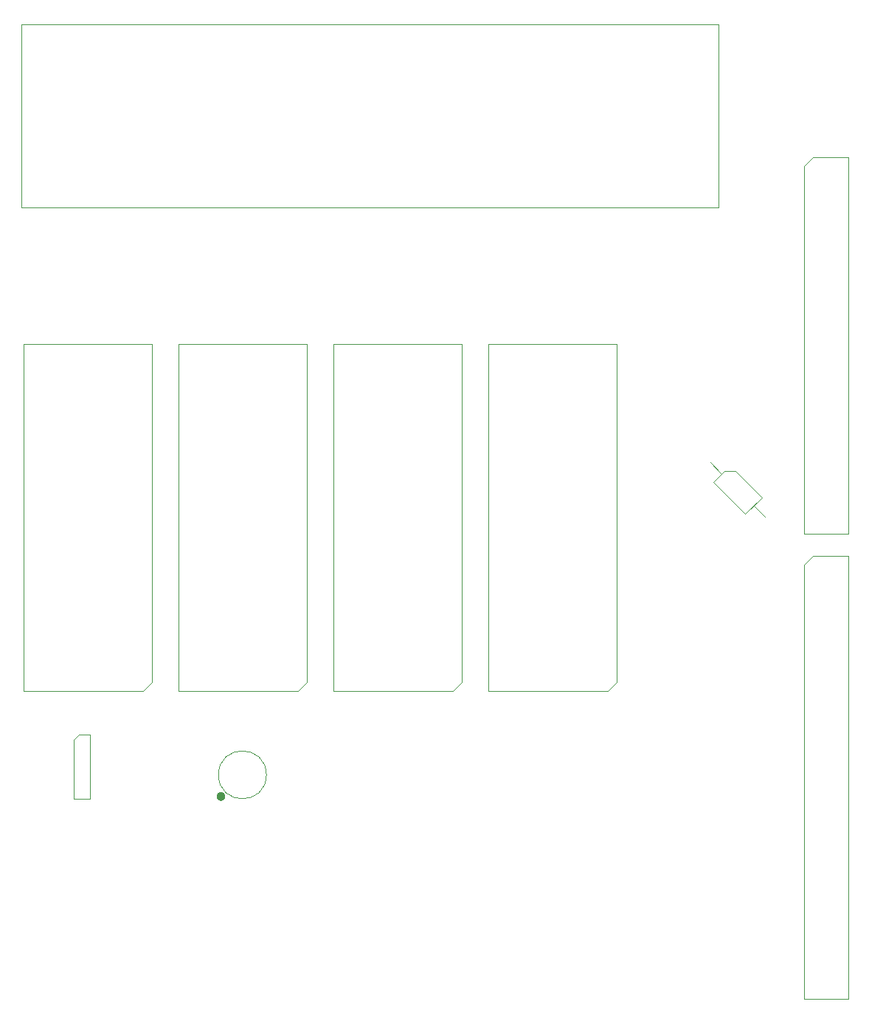
<source format=gbr>
G04 DipTrace 4.3.0.5*
G04 TopAssembly.gbr*
%MOMM*%
G04 #@! TF.FileFunction,Drawing,Top*
G04 #@! TF.Part,Single*
%ADD13C,0.12*%
%ADD19C,0.1*%
%FSLAX35Y35*%
G04*
G71*
G90*
G75*
G01*
G04 TopAssy*
%LPD*%
X-7323500Y-2254250D2*
D13*
G02X-7323500Y-2254250I275000J0D01*
G01*
G36*
X-7295280Y-2551030D2*
X-7301806Y-2550602D1*
X-7308221Y-2549326D1*
X-7314414Y-2547224D1*
X-7320280Y-2544331D1*
X-7325718Y-2540698D1*
X-7330635Y-2536385D1*
X-7334948Y-2531468D1*
X-7338581Y-2526030D1*
X-7341474Y-2520164D1*
X-7343576Y-2513971D1*
X-7344852Y-2507556D1*
X-7345280Y-2501030D1*
X-7344852Y-2494504D1*
X-7343576Y-2488089D1*
X-7341474Y-2481896D1*
X-7338581Y-2476030D1*
X-7334948Y-2470592D1*
X-7330635Y-2465675D1*
X-7325718Y-2461362D1*
X-7320280Y-2457729D1*
X-7314414Y-2454836D1*
X-7308221Y-2452734D1*
X-7301806Y-2451458D1*
X-7295280Y-2451030D1*
D1*
X-7288754Y-2451458D1*
X-7282339Y-2452734D1*
X-7276146Y-2454836D1*
X-7270280Y-2457729D1*
X-7264842Y-2461362D1*
X-7259925Y-2465675D1*
X-7255612Y-2470592D1*
X-7251979Y-2476030D1*
X-7249086Y-2481896D1*
X-7246984Y-2488089D1*
X-7245708Y-2494504D1*
X-7245280Y-2501030D1*
X-7245708Y-2507556D1*
X-7246984Y-2513971D1*
X-7249086Y-2520164D1*
X-7251979Y-2526030D1*
X-7255612Y-2531468D1*
X-7259925Y-2536385D1*
X-7264842Y-2540698D1*
X-7270280Y-2544331D1*
X-7276146Y-2547224D1*
X-7282339Y-2549326D1*
X-7288754Y-2550602D1*
X-7295280Y-2551030D1*
D1*
G37*
X-1644557Y1104388D2*
D13*
X-1517278Y1231668D1*
X-1389999D1*
X-1085943Y927612D1*
X-1276862Y736693D1*
X-1644557Y1104388D1*
X-1679559Y1330309D2*
X-1549098Y1199848D1*
X-1181402Y832152D2*
X-1050941Y701691D1*
X-603200Y154000D2*
X-503200Y254000D1*
X-95200D1*
Y-4826000D1*
X-603200D1*
Y154000D1*
Y4726000D2*
X-503200Y4826000D1*
X-95200D1*
Y508000D1*
X-603200D1*
Y4726000D1*
X-8984000Y-1854633D2*
X-8921367Y-1792000D1*
X-8796000D1*
Y-2526000D1*
X-8984000D1*
Y-1854633D1*
X-8089465Y-1189487D2*
X-8189463Y-1289489D1*
X-9563463Y-1289514D1*
X-9563537Y2686486D1*
X-8089537Y2686513D1*
X-8089465Y-1189487D1*
X-6311465D2*
X-6411463Y-1289489D1*
X-7785463Y-1289514D1*
X-7785537Y2686486D1*
X-6311537Y2686513D1*
X-6311465Y-1189487D1*
X-4533465D2*
X-4633463Y-1289489D1*
X-6007463Y-1289514D1*
X-6007537Y2686486D1*
X-4533537Y2686513D1*
X-4533465Y-1189487D1*
X-2755500Y-1189500D2*
X-2855500Y-1289500D1*
X-4229500D1*
Y2686500D1*
X-2755500D1*
Y-1189500D1*
X-9588500Y6350000D2*
D19*
X-1587500D1*
Y4254500D1*
X-9588500D1*
Y6350000D1*
M02*

</source>
